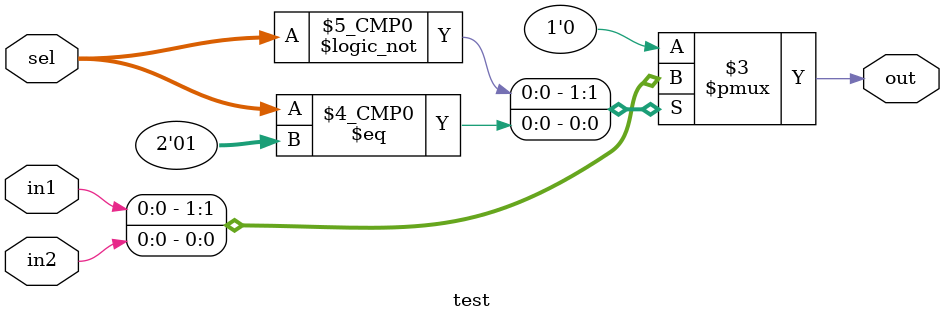
<source format=v>
module test(input in1, in2, input [1:0] sel, output reg  out);

always @(in1, in2, sel)
	case (sel)
	    0: out = in1;
	    1: out = in2;
		default:
		    out = 0;
	endcase

endmodule	
	
	

</source>
